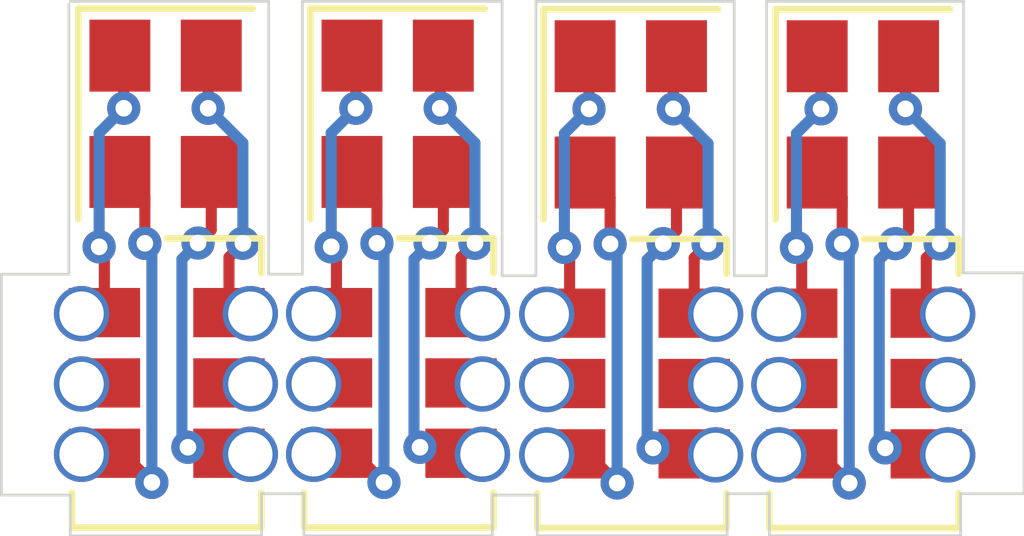
<source format=kicad_pcb>
(kicad_pcb (version 20240108) (generator "pcbnew") (generator_version "8.0")
  (layers (0 "F.Cu" signal) (31 "B.Cu" signal) (34 "B.Paste" user) (35 "F.Paste" user) (36 "B.SilkS" user "B.Silkscreen") (37 "F.SilkS" user "F.Silkscreen") (38 "B.Mask" user) (39 "F.Mask" user) (44 "Edge.Cuts" user))
  (net 0 "")
  (net 1 "unconnected-(U1-NC-Pad2)")
  (net 2 "unconnected-(U1-OUT2-Pad5)")
  (net 3 "Net-(U1-GND)")
  (net 4 "Net-(U1-VDD)")
  (net 5 "Net-(U1-OUT)")
  (net 6 "Net-(U1-E{slash}D)")
  (footprint "Oscillator:Oscillator_SMD_IDT_JS6-6_5.0x3.2mm_P1.27mm" (layer "F.Cu") (at 153.429 100.565)
    (property "Reference" "U1" (hide yes))
    (property "Value" "XUX52" (hide yes))
    (fp_line (start -1.71 2.61) (end -1.71 1.98) (stroke (width 0.12)) (layer "F.SilkS"))
    (fp_line (start 0 -2.61) (end 1.71 -2.61) (stroke (width 0.12)) (layer "F.SilkS"))
    (fp_line (start 1.71 -2.61) (end 1.71 -1.98) (stroke (width 0.12)) (layer "F.SilkS"))
    (fp_line (start 1.71 1.98) (end 1.71 2.61) (stroke (width 0.12)) (layer "F.SilkS"))
    (fp_line (start 1.71 2.61) (end -1.71 2.61) (stroke (width 0.12)) (layer "F.SilkS"))
    (pad "1" smd rect (at -1.125 -1.27 270) (size 0.89 1.29) (layers "F.Cu" "F.Paste" "F.Mask") (net 6 "Net-(U1-E{slash}D)"))
    (pad "2" smd rect (at -1.125 0 270) (size 0.89 1.29) (layers "F.Cu" "F.Paste" "F.Mask") (net 1 "unconnected-(U1-NC-Pad2)"))
    (pad "3" smd rect (at -1.125 1.27 270) (size 0.89 1.29) (layers "F.Cu" "F.Paste" "F.Mask") (net 3 "Net-(U1-GND)"))
    (pad "4" smd rect (at 1.125 1.27 270) (size 0.89 1.29) (layers "F.Cu" "F.Paste" "F.Mask") (net 5 "Net-(U1-OUT)"))
    (pad "5" smd rect (at 1.125 0 270) (size 0.89 1.29) (layers "F.Cu" "F.Paste" "F.Mask") (net 2 "unconnected-(U1-OUT2-Pad5)"))
    (pad "6" smd rect (at 1.125 -1.27 270) (size 0.89 1.29) (layers "F.Cu" "F.Paste" "F.Mask") (net 4 "Net-(U1-VDD)"))
  )
  (footprint "Oscillator:Oscillator_SMD_Abracon_ASE-4Pin_3.2x2.5mm" (layer "F.Cu") (at 161.8102 95.7158 -90)
    (property "Reference" "X1" (hide yes))
    (property "Value" "ASE-xxxMHz" (hide yes))
    (fp_line (start -1.9 1.575) (end 1.9 1.575) (stroke (width 0.12)) (layer "F.SilkS"))
    (fp_line (start -1.9 -1.575) (end -1.9 1.575) (stroke (width 0.12)) (layer "F.SilkS"))
    (pad "1" smd rect (at -1.05 0.825 270) (size 1.3 1.1) (layers "F.Cu" "F.Paste" "F.Mask") (net 6 "Net-(U1-E{slash}D)"))
    (pad "2" smd rect (at 1.05 0.825 270) (size 1.3 1.1) (layers "F.Cu" "F.Paste" "F.Mask") (net 3 "Net-(U1-GND)"))
    (pad "3" smd rect (at 1.05 -0.825 270) (size 1.3 1.1) (layers "F.Cu" "F.Paste" "F.Mask") (net 5 "Net-(U1-OUT)"))
    (pad "4" smd rect (at -1.05 -0.825 270) (size 1.3 1.1) (layers "F.Cu" "F.Paste" "F.Mask") (net 4 "Net-(U1-VDD)"))
  )
  (footprint "Oscillator:Oscillator_SMD_Abracon_ASE-4Pin_3.2x2.5mm" (layer "F.Cu") (at 157.6 95.705 -90)
    (property "Reference" "X1" (hide yes))
    (property "Value" "ASE-xxxMHz" (hide yes))
    (fp_line (start -1.9 1.575) (end 1.9 1.575) (stroke (width 0.12)) (layer "F.SilkS"))
    (fp_line (start -1.9 -1.575) (end -1.9 1.575) (stroke (width 0.12)) (layer "F.SilkS"))
    (pad "1" smd rect (at -1.05 0.825 270) (size 1.3 1.1) (layers "F.Cu" "F.Paste" "F.Mask") (net 6 "Net-(U1-E{slash}D)"))
    (pad "2" smd rect (at 1.05 0.825 270) (size 1.3 1.1) (layers "F.Cu" "F.Paste" "F.Mask") (net 3 "Net-(U1-GND)"))
    (pad "3" smd rect (at 1.05 -0.825 270) (size 1.3 1.1) (layers "F.Cu" "F.Paste" "F.Mask") (net 5 "Net-(U1-OUT)"))
    (pad "4" smd rect (at -1.05 -0.825 270) (size 1.3 1.1) (layers "F.Cu" "F.Paste" "F.Mask") (net 4 "Net-(U1-VDD)"))
  )
  (footprint "Oscillator:Oscillator_SMD_IDT_JS6-6_5.0x3.2mm_P1.27mm" (layer "F.Cu") (at 157.62 100.565)
    (property "Reference" "U1" (hide yes))
    (property "Value" "XUX52" (hide yes))
    (fp_line (start -1.71 2.61) (end -1.71 1.98) (stroke (width 0.12)) (layer "F.SilkS"))
    (fp_line (start 0 -2.61) (end 1.71 -2.61) (stroke (width 0.12)) (layer "F.SilkS"))
    (fp_line (start 1.71 -2.61) (end 1.71 -1.98) (stroke (width 0.12)) (layer "F.SilkS"))
    (fp_line (start 1.71 1.98) (end 1.71 2.61) (stroke (width 0.12)) (layer "F.SilkS"))
    (fp_line (start 1.71 2.61) (end -1.71 2.61) (stroke (width 0.12)) (layer "F.SilkS"))
    (pad "1" smd rect (at -1.125 -1.27 270) (size 0.89 1.29) (layers "F.Cu" "F.Paste" "F.Mask") (net 6 "Net-(U1-E{slash}D)"))
    (pad "2" smd rect (at -1.125 0 270) (size 0.89 1.29) (layers "F.Cu" "F.Paste" "F.Mask") (net 1 "unconnected-(U1-NC-Pad2)"))
    (pad "3" smd rect (at -1.125 1.27 270) (size 0.89 1.29) (layers "F.Cu" "F.Paste" "F.Mask") (net 3 "Net-(U1-GND)"))
    (pad "4" smd rect (at 1.125 1.27 270) (size 0.89 1.29) (layers "F.Cu" "F.Paste" "F.Mask") (net 5 "Net-(U1-OUT)"))
    (pad "5" smd rect (at 1.125 0 270) (size 0.89 1.29) (layers "F.Cu" "F.Paste" "F.Mask") (net 2 "unconnected-(U1-OUT2-Pad5)"))
    (pad "6" smd rect (at 1.125 -1.27 270) (size 0.89 1.29) (layers "F.Cu" "F.Paste" "F.Mask") (net 4 "Net-(U1-VDD)"))
  )
  (footprint "Oscillator:Oscillator_SMD_Abracon_ASE-4Pin_3.2x2.5mm" (layer "F.Cu") (at 166.0012 95.7158 -90)
    (property "Reference" "X1" (hide yes))
    (property "Value" "ASE-xxxMHz" (hide yes))
    (fp_line (start -1.9 1.575) (end 1.9 1.575) (stroke (width 0.12)) (layer "F.SilkS"))
    (fp_line (start -1.9 -1.575) (end -1.9 1.575) (stroke (width 0.12)) (layer "F.SilkS"))
    (pad "1" smd rect (at -1.05 0.825 270) (size 1.3 1.1) (layers "F.Cu" "F.Paste" "F.Mask") (net 6 "Net-(U1-E{slash}D)"))
    (pad "2" smd rect (at 1.05 0.825 270) (size 1.3 1.1) (layers "F.Cu" "F.Paste" "F.Mask") (net 3 "Net-(U1-GND)"))
    (pad "3" smd rect (at 1.05 -0.825 270) (size 1.3 1.1) (layers "F.Cu" "F.Paste" "F.Mask") (net 5 "Net-(U1-OUT)"))
    (pad "4" smd rect (at -1.05 -0.825 270) (size 1.3 1.1) (layers "F.Cu" "F.Paste" "F.Mask") (net 4 "Net-(U1-VDD)"))
  )
  (footprint "Oscillator:Oscillator_SMD_Abracon_ASE-4Pin_3.2x2.5mm" (layer "F.Cu") (at 153.409 95.705 -90)
    (property "Reference" "X1" (hide yes))
    (property "Value" "ASE-xxxMHz" (hide yes))
    (fp_line (start -1.9 1.575) (end 1.9 1.575) (stroke (width 0.12)) (layer "F.SilkS"))
    (fp_line (start -1.9 -1.575) (end -1.9 1.575) (stroke (width 0.12)) (layer "F.SilkS"))
    (pad "1" smd rect (at -1.05 0.825 270) (size 1.3 1.1) (layers "F.Cu" "F.Paste" "F.Mask") (net 6 "Net-(U1-E{slash}D)"))
    (pad "2" smd rect (at 1.05 0.825 270) (size 1.3 1.1) (layers "F.Cu" "F.Paste" "F.Mask") (net 3 "Net-(U1-GND)"))
    (pad "3" smd rect (at 1.05 -0.825 270) (size 1.3 1.1) (layers "F.Cu" "F.Paste" "F.Mask") (net 5 "Net-(U1-OUT)"))
    (pad "4" smd rect (at -1.05 -0.825 270) (size 1.3 1.1) (layers "F.Cu" "F.Paste" "F.Mask") (net 4 "Net-(U1-VDD)"))
  )
  (footprint "Oscillator:Oscillator_SMD_IDT_JS6-6_5.0x3.2mm_P1.27mm" (layer "F.Cu") (at 161.8302 100.5758)
    (property "Reference" "U1" (hide yes))
    (property "Value" "XUX52" (hide yes))
    (fp_line (start -1.71 2.61) (end -1.71 1.98) (stroke (width 0.12)) (layer "F.SilkS"))
    (fp_line (start 0 -2.61) (end 1.71 -2.61) (stroke (width 0.12)) (layer "F.SilkS"))
    (fp_line (start 1.71 -2.61) (end 1.71 -1.98) (stroke (width 0.12)) (layer "F.SilkS"))
    (fp_line (start 1.71 1.98) (end 1.71 2.61) (stroke (width 0.12)) (layer "F.SilkS"))
    (fp_line (start 1.71 2.61) (end -1.71 2.61) (stroke (width 0.12)) (layer "F.SilkS"))
    (pad "1" smd rect (at -1.125 -1.27 270) (size 0.89 1.29) (layers "F.Cu" "F.Paste" "F.Mask") (net 6 "Net-(U1-E{slash}D)"))
    (pad "2" smd rect (at -1.125 0 270) (size 0.89 1.29) (layers "F.Cu" "F.Paste" "F.Mask") (net 1 "unconnected-(U1-NC-Pad2)"))
    (pad "3" smd rect (at -1.125 1.27 270) (size 0.89 1.29) (layers "F.Cu" "F.Paste" "F.Mask") (net 3 "Net-(U1-GND)"))
    (pad "4" smd rect (at 1.125 1.27 270) (size 0.89 1.29) (layers "F.Cu" "F.Paste" "F.Mask") (net 5 "Net-(U1-OUT)"))
    (pad "5" smd rect (at 1.125 0 270) (size 0.89 1.29) (layers "F.Cu" "F.Paste" "F.Mask") (net 2 "unconnected-(U1-OUT2-Pad5)"))
    (pad "6" smd rect (at 1.125 -1.27 270) (size 0.89 1.29) (layers "F.Cu" "F.Paste" "F.Mask") (net 4 "Net-(U1-VDD)"))
  )
  (footprint "Oscillator:Oscillator_SMD_IDT_JS6-6_5.0x3.2mm_P1.27mm" (layer "F.Cu") (at 166.0212 100.5758)
    (property "Reference" "U1" (hide yes))
    (property "Value" "XUX52" (hide yes))
    (fp_line (start -1.71 2.61) (end -1.71 1.98) (stroke (width 0.12)) (layer "F.SilkS"))
    (fp_line (start 0 -2.61) (end 1.71 -2.61) (stroke (width 0.12)) (layer "F.SilkS"))
    (fp_line (start 1.71 -2.61) (end 1.71 -1.98) (stroke (width 0.12)) (layer "F.SilkS"))
    (fp_line (start 1.71 1.98) (end 1.71 2.61) (stroke (width 0.12)) (layer "F.SilkS"))
    (fp_line (start 1.71 2.61) (end -1.71 2.61) (stroke (width 0.12)) (layer "F.SilkS"))
    (pad "1" smd rect (at -1.125 -1.27 270) (size 0.89 1.29) (layers "F.Cu" "F.Paste" "F.Mask") (net 6 "Net-(U1-E{slash}D)"))
    (pad "2" smd rect (at -1.125 0 270) (size 0.89 1.29) (layers "F.Cu" "F.Paste" "F.Mask") (net 1 "unconnected-(U1-NC-Pad2)"))
    (pad "3" smd rect (at -1.125 1.27 270) (size 0.89 1.29) (layers "F.Cu" "F.Paste" "F.Mask") (net 3 "Net-(U1-GND)"))
    (pad "4" smd rect (at 1.125 1.27 270) (size 0.89 1.29) (layers "F.Cu" "F.Paste" "F.Mask") (net 5 "Net-(U1-OUT)"))
    (pad "5" smd rect (at 1.125 0 270) (size 0.89 1.29) (layers "F.Cu" "F.Paste" "F.Mask") (net 2 "unconnected-(U1-OUT2-Pad5)"))
    (pad "6" smd rect (at 1.125 -1.27 270) (size 0.89 1.29) (layers "F.Cu" "F.Paste" "F.Mask") (net 4 "Net-(U1-VDD)"))
  )
  (gr_line (start 168.91 102.5652) (end 168.91 98.5774) (stroke (width 0.05)) (layer "Edge.Cuts"))
  (gr_line (start 164.2618 93.6752) (end 167.8178 93.6752) (stroke (width 0.05)) (layer "Edge.Cuts"))
  (gr_line (start 163.6776 98.6282) (end 164.2618 98.6282) (stroke (width 0.05)) (layer "Edge.Cuts"))
  (gr_line (start 155.8798 93.6752) (end 159.4866 93.6752) (stroke (width 0.05)) (layer "Edge.Cuts"))
  (gr_line (start 151.6634 98.6028) (end 150.4442 98.6028) (stroke (width 0.05)) (layer "Edge.Cuts"))
  (gr_line (start 159.3088 103.3272) (end 159.3088 102.5906) (stroke (width 0.05)) (layer "Edge.Cuts"))
  (gr_line (start 167.767 102.5652) (end 168.91 102.5652) (stroke (width 0.05)) (layer "Edge.Cuts"))
  (gr_line (start 151.6634 97.9424) (end 151.6634 98.6028) (stroke (width 0.05)) (layer "Edge.Cuts"))
  (gr_line (start 160.0962 93.6752) (end 163.6776 93.6752) (stroke (width 0.05)) (layer "Edge.Cuts"))
  (gr_line (start 167.8178 93.6752) (end 167.8178 93.726) (stroke (width 0.05)) (layer "Edge.Cuts"))
  (gr_line (start 160.0962 98.6282) (end 160.0962 93.6752) (stroke (width 0.05)) (layer "Edge.Cuts"))
  (gr_line (start 151.6888 102.5906) (end 151.6888 103.3272) (stroke (width 0.05)) (layer "Edge.Cuts"))
  (gr_line (start 167.767 103.3272) (end 167.767 102.5652) (stroke (width 0.05)) (layer "Edge.Cuts"))
  (gr_line (start 155.1432 102.5652) (end 155.9052 102.5652) (stroke (width 0.05)) (layer "Edge.Cuts"))
  (gr_line (start 159.3088 102.5906) (end 160.1216 102.5906) (stroke (width 0.05)) (layer "Edge.Cuts"))
  (gr_line (start 151.6888 93.6752) (end 155.1178 93.6752) (stroke (width 0.05)) (layer "Edge.Cuts"))
  (gr_line (start 164.3126 103.3272) (end 167.767 103.3272) (stroke (width 0.05)) (layer "Edge.Cuts"))
  (gr_line (start 155.9052 102.5652) (end 155.9052 103.3272) (stroke (width 0.05)) (layer "Edge.Cuts"))
  (gr_line (start 167.8178 98.5774) (end 167.8178 93.726) (stroke (width 0.05)) (layer "Edge.Cuts"))
  (gr_line (start 160.1216 102.5906) (end 160.1216 103.3272) (stroke (width 0.05)) (layer "Edge.Cuts"))
  (gr_line (start 168.91 98.5774) (end 167.8178 98.5774) (stroke (width 0.05)) (layer "Edge.Cuts"))
  (gr_line (start 163.5506 103.3272) (end 163.5506 102.5652) (stroke (width 0.05)) (layer "Edge.Cuts"))
  (gr_line (start 155.9052 103.3272) (end 159.3088 103.3272) (stroke (width 0.05)) (layer "Edge.Cuts"))
  (gr_line (start 155.2702 93.6752) (end 155.2702 98.6028) (stroke (width 0.05)) (layer "Edge.Cuts"))
  (gr_line (start 155.1432 103.3272) (end 155.1432 102.5652) (stroke (width 0.05)) (layer "Edge.Cuts"))
  (gr_line (start 151.6888 103.3272) (end 155.1432 103.3272) (stroke (width 0.05)) (layer "Edge.Cuts"))
  (gr_line (start 155.8798 98.6028) (end 155.8798 93.6752) (stroke (width 0.05)) (layer "Edge.Cuts"))
  (gr_line (start 155.1178 93.6752) (end 155.2702 93.6752) (stroke (width 0.05)) (layer "Edge.Cuts"))
  (gr_line (start 163.6776 93.6752) (end 163.6776 98.6282) (stroke (width 0.05)) (layer "Edge.Cuts"))
  (gr_line (start 150.4442 98.6028) (end 150.4442 102.5906) (stroke (width 0.05)) (layer "Edge.Cuts"))
  (gr_line (start 164.3126 102.5652) (end 164.3126 103.3272) (stroke (width 0.05)) (layer "Edge.Cuts"))
  (gr_line (start 150.4442 102.5906) (end 151.6888 102.5906) (stroke (width 0.05)) (layer "Edge.Cuts"))
  (gr_line (start 164.2618 98.6282) (end 164.2618 93.6752) (stroke (width 0.05)) (layer "Edge.Cuts"))
  (gr_line (start 159.4866 98.6282) (end 160.0962 98.6282) (stroke (width 0.05)) (layer "Edge.Cuts"))
  (gr_line (start 155.2702 98.6028) (end 155.8798 98.6028) (stroke (width 0.05)) (layer "Edge.Cuts"))
  (gr_line (start 151.6634 93.726) (end 151.6634 97.917) (stroke (width 0.05)) (layer "Edge.Cuts"))
  (gr_line (start 163.5506 102.5652) (end 164.3126 102.5652) (stroke (width 0.05)) (layer "Edge.Cuts"))
  (gr_line (start 160.1216 103.3272) (end 163.5506 103.3272) (stroke (width 0.05)) (layer "Edge.Cuts"))
  (gr_line (start 159.4866 93.6752) (end 159.4866 98.6282) (stroke (width 0.05)) (layer "Edge.Cuts"))
  (via (at 151.892 100.584) (size 1) (drill 0.8) (layers "F.Cu" "B.Cu") (net 1))
  (via (at 156.083 100.584) (size 1) (drill 0.8) (layers "F.Cu" "B.Cu") (net 1))
  (via (at 164.4842 100.5948) (size 1) (drill 0.8) (layers "F.Cu" "B.Cu") (net 1))
  (via (at 160.2932 100.5948) (size 1) (drill 0.8) (layers "F.Cu" "B.Cu") (net 1))
  (via (at 159.131 100.584) (size 1) (drill 0.8) (layers "F.Cu" "B.Cu") (net 2))
  (via (at 163.3412 100.5948) (size 1) (drill 0.8) (layers "F.Cu" "B.Cu") (net 2))
  (via (at 167.5322 100.5948) (size 1) (drill 0.8) (layers "F.Cu" "B.Cu") (net 2))
  (via (at 154.94 100.584) (size 1) (drill 0.8) (layers "F.Cu" "B.Cu") (net 2))
  (segment (start 156.775 96.755) (end 157.225998 97.205998) (width 0.2) (layer "F.Cu") (net 3))
  (segment (start 164.8962 101.8458) (end 165.2272 101.8458) (width 0.2) (layer "F.Cu") (net 3))
  (segment (start 156.495 101.835) (end 156.826 101.835) (width 0.2) (layer "F.Cu") (net 3))
  (segment (start 161.0362 101.8458) (end 161.5632 102.3728) (width 0.2) (layer "F.Cu") (net 3))
  (segment (start 152.304 101.835) (end 152.635 101.835) (width 0.2) (layer "F.Cu") (net 3))
  (segment (start 160.7052 101.8458) (end 161.0362 101.8458) (width 0.2) (layer "F.Cu") (net 3))
  (segment (start 156.826 101.835) (end 157.353 102.362) (width 0.2) (layer "F.Cu") (net 3))
  (segment (start 165.627198 97.216798) (end 165.627198 98.0548) (width 0.2) (layer "F.Cu") (net 3))
  (segment (start 152.584 96.755) (end 153.034998 97.205998) (width 0.2) (layer "F.Cu") (net 3))
  (segment (start 153.034998 97.205998) (end 153.034998 98.044) (width 0.2) (layer "F.Cu") (net 3))
  (segment (start 152.635 101.835) (end 153.162 102.362) (width 0.2) (layer "F.Cu") (net 3))
  (segment (start 165.2272 101.8458) (end 165.7542 102.3728) (width 0.2) (layer "F.Cu") (net 3))
  (segment (start 157.225998 97.205998) (end 157.225998 98.044) (width 0.2) (layer "F.Cu") (net 3))
  (segment (start 161.436198 97.216798) (end 161.436198 98.0548) (width 0.2) (layer "F.Cu") (net 3))
  (segment (start 160.9852 96.7658) (end 161.436198 97.216798) (width 0.2) (layer "F.Cu") (net 3))
  (segment (start 165.1762 96.7658) (end 165.627198 97.216798) (width 0.2) (layer "F.Cu") (net 3))
  (via (at 164.4842 101.8648) (size 1) (drill 0.8) (layers "F.Cu" "B.Cu") (net 3))
  (via (at 161.5632 102.3728) (size 0.6) (drill 0.3) (layers "F.Cu" "B.Cu") (net 3))
  (via (at 165.7542 102.3728) (size 0.6) (drill 0.3) (layers "F.Cu" "B.Cu") (net 3))
  (via (at 151.892 101.854) (size 1) (drill 0.8) (layers "F.Cu" "B.Cu") (net 3))
  (via (at 165.627198 98.0548) (size 0.6) (drill 0.3) (layers "F.Cu" "B.Cu") (net 3))
  (via (at 153.034998 98.044) (size 0.6) (drill 0.3) (layers "F.Cu" "B.Cu") (net 3))
  (via (at 160.2932 101.8648) (size 1) (drill 0.8) (layers "F.Cu" "B.Cu") (net 3))
  (via (at 156.083 101.854) (size 1) (drill 0.8) (layers "F.Cu" "B.Cu") (net 3))
  (via (at 153.162 102.362) (size 0.6) (drill 0.3) (layers "F.Cu" "B.Cu") (net 3))
  (via (at 157.225998 98.044) (size 0.6) (drill 0.3) (layers "F.Cu" "B.Cu") (net 3))
  (via (at 161.436198 98.0548) (size 0.6) (drill 0.3) (layers "F.Cu" "B.Cu") (net 3))
  (via (at 157.353 102.362) (size 0.6) (drill 0.3) (layers "F.Cu" "B.Cu") (net 3))
  (segment (start 157.353 102.362) (end 157.353 98.171002) (width 0.2) (layer "B.Cu") (net 3))
  (segment (start 165.7542 102.3728) (end 165.7542 98.181802) (width 0.2) (layer "B.Cu") (net 3))
  (segment (start 161.5632 102.3728) (end 161.5632 98.181802) (width 0.2) (layer "B.Cu") (net 3))
  (segment (start 157.353 98.171002) (end 157.225998 98.044) (width 0.2) (layer "B.Cu") (net 3))
  (segment (start 153.162 98.171002) (end 153.034998 98.044) (width 0.2) (layer "B.Cu") (net 3))
  (segment (start 165.7542 98.181802) (end 165.627198 98.0548) (width 0.2) (layer "B.Cu") (net 3))
  (segment (start 161.5632 98.181802) (end 161.436198 98.0548) (width 0.2) (layer "B.Cu") (net 3))
  (segment (start 153.162 102.362) (end 153.162 98.171002) (width 0.2) (layer "B.Cu") (net 3))
  (segment (start 162.9552 98.305736) (end 163.206136 98.0548) (width 0.2) (layer "F.Cu") (net 4))
  (segment (start 158.369 94.711) (end 158.425 94.655) (width 0.2) (layer "F.Cu") (net 4))
  (segment (start 162.5792 94.7218) (end 162.6352 94.6658) (width 0.2) (layer "F.Cu") (net 4))
  (segment (start 162.9552 99.3058) (end 162.9552 98.305736) (width 0.2) (layer "F.Cu") (net 4))
  (segment (start 154.554 98.294936) (end 154.804936 98.044) (width 0.2) (layer "F.Cu") (net 4))
  (segment (start 166.7702 95.615798) (end 166.7702 94.7218) (width 0.2) (layer "F.Cu") (net 4))
  (segment (start 158.369 95.604998) (end 158.369 94.711) (width 0.2) (layer "F.Cu") (net 4))
  (segment (start 166.7702 94.7218) (end 166.8262 94.6658) (width 0.2) (layer "F.Cu") (net 4))
  (segment (start 162.5792 95.615798) (end 162.5792 94.7218) (width 0.2) (layer "F.Cu") (net 4))
  (segment (start 154.554 99.295) (end 154.554 98.294936) (width 0.2) (layer "F.Cu") (net 4))
  (segment (start 167.1462 99.3058) (end 167.1462 98.305736) (width 0.2) (layer "F.Cu") (net 4))
  (segment (start 158.745 98.294936) (end 158.995936 98.044) (width 0.2) (layer "F.Cu") (net 4))
  (segment (start 167.1462 98.305736) (end 167.397136 98.0548) (width 0.2) (layer "F.Cu") (net 4))
  (segment (start 154.178 95.604998) (end 154.178 94.711) (width 0.2) (layer "F.Cu") (net 4))
  (segment (start 158.745 99.295) (end 158.745 98.294936) (width 0.2) (layer "F.Cu") (net 4))
  (segment (start 154.178 94.711) (end 154.234 94.655) (width 0.2) (layer "F.Cu") (net 4))
  (via (at 158.995936 98.044) (size 0.6) (drill 0.3) (layers "F.Cu" "B.Cu") (net 4))
  (via (at 154.178 95.604998) (size 0.6) (drill 0.3) (layers "F.Cu" "B.Cu") (net 4))
  (via (at 166.7702 95.615798) (size 0.6) (drill 0.3) (layers "F.Cu" "B.Cu") (net 4))
  (via (at 163.206136 98.0548) (size 0.6) (drill 0.3) (layers "F.Cu" "B.Cu") (net 4))
  (via (at 163.3412 99.3248) (size 1) (drill 0.8) (layers "F.Cu" "B.Cu") (net 4))
  (via (at 154.804936 98.044) (size 0.6) (drill 0.3) (layers "F.Cu" "B.Cu") (net 4))
  (via (at 162.5792 95.615798) (size 0.6) (drill 0.3) (layers "F.Cu" "B.Cu") (net 4))
  (via (at 159.131 99.314) (size 1) (drill 0.8) (layers "F.Cu" "B.Cu") (net 4))
  (via (at 167.397136 98.0548) (size 0.6) (drill 0.3) (layers "F.Cu" "B.Cu") (net 4))
  (via (at 154.94 99.314) (size 1) (drill 0.8) (layers "F.Cu" "B.Cu") (net 4))
  (via (at 158.369 95.604998) (size 0.6) (drill 0.3) (layers "F.Cu" "B.Cu") (net 4))
  (via (at 167.5322 99.3248) (size 1) (drill 0.8) (layers "F.Cu" "B.Cu") (net 4))
  (segment (start 162.5792 95.615798) (end 163.206136 96.242734) (width 0.2) (layer "B.Cu") (net 4))
  (segment (start 167.397136 96.242734) (end 167.397136 98.0548) (width 0.2) (layer "B.Cu") (net 4))
  (segment (start 154.804936 96.231934) (end 154.804936 98.044) (width 0.2) (layer "B.Cu") (net 4))
  (segment (start 163.206136 96.242734) (end 163.206136 98.0548) (width 0.2) (layer "B.Cu") (net 4))
  (segment (start 166.7702 95.615798) (end 167.397136 96.242734) (width 0.2) (layer "B.Cu") (net 4))
  (segment (start 158.995936 96.231934) (end 158.995936 98.044) (width 0.2) (layer "B.Cu") (net 4))
  (segment (start 158.369 95.604998) (end 158.995936 96.231934) (width 0.2) (layer "B.Cu") (net 4))
  (segment (start 154.178 95.604998) (end 154.804936 96.231934) (width 0.2) (layer "B.Cu") (net 4))
  (segment (start 166.8262 97.811178) (end 166.587542 98.049836) (width 0.2) (layer "F.Cu") (net 5))
  (segment (start 162.6352 97.811178) (end 162.396542 98.049836) (width 0.2) (layer "F.Cu") (net 5))
  (segment (start 162.9552 101.8458) (end 162.3212 101.8458) (width 0.2) (layer "F.Cu") (net 5))
  (segment (start 162.6352 96.7658) (end 162.6352 97.811178) (width 0.2) (layer "F.Cu") (net 5))
  (segment (start 167.1462 101.8458) (end 166.5122 101.8458) (width 0.2) (layer "F.Cu") (net 5))
  (segment (start 158.425 97.800378) (end 158.186342 98.039036) (width 0.2) (layer "F.Cu") (net 5))
  (segment (start 154.554 101.835) (end 153.92 101.835) (width 0.2) (layer "F.Cu") (net 5))
  (segment (start 154.234 96.755) (end 154.234 97.800378) (width 0.2) (layer "F.Cu") (net 5))
  (segment (start 162.3212 101.8458) (end 162.2132 101.7378) (width 0.2) (layer "F.Cu") (net 5))
  (segment (start 158.425 96.755) (end 158.425 97.800378) (width 0.2) (layer "F.Cu") (net 5))
  (segment (start 166.8262 96.7658) (end 166.8262 97.811178) (width 0.2) (layer "F.Cu") (net 5))
  (segment (start 153.92 101.835) (end 153.812 101.727) (width 0.2) (layer "F.Cu") (net 5))
  (segment (start 166.5122 101.8458) (end 166.4042 101.7378) (width 0.2) (layer "F.Cu") (net 5))
  (segment (start 154.234 97.800378) (end 153.995342 98.039036) (width 0.2) (layer "F.Cu") (net 5))
  (segment (start 158.745 101.835) (end 158.111 101.835) (width 0.2) (layer "F.Cu") (net 5))
  (segment (start 158.111 101.835) (end 158.003 101.727) (width 0.2) (layer "F.Cu") (net 5))
  (via (at 163.3412 101.8648) (size 1) (drill 0.8) (layers "F.Cu" "B.Cu") (net 5))
  (via (at 167.5322 101.8648) (size 1) (drill 0.8) (layers "F.Cu" "B.Cu") (net 5))
  (via (at 162.396542 98.049836) (size 0.6) (drill 0.3) (layers "F.Cu" "B.Cu") (net 5))
  (via (at 166.587542 98.049836) (size 0.6) (drill 0.3) (layers "F.Cu" "B.Cu") (net 5))
  (via (at 166.4042 101.7378) (size 0.6) (drill 0.3) (layers "F.Cu" "B.Cu") (net 5))
  (via (at 153.995342 98.039036) (size 0.6) (drill 0.3) (layers "F.Cu" "B.Cu") (net 5))
  (via (at 158.186342 98.039036) (size 0.6) (drill 0.3) (layers "F.Cu" "B.Cu") (net 5))
  (via (at 158.003 101.727) (size 0.6) (drill 0.3) (layers "F.Cu" "B.Cu") (net 5))
  (via (at 162.2132 101.7378) (size 0.6) (drill 0.3) (layers "F.Cu" "B.Cu") (net 5))
  (via (at 154.94 101.854) (size 1) (drill 0.8) (layers "F.Cu" "B.Cu") (net 5))
  (via (at 159.131 101.854) (size 1) (drill 0.8) (layers "F.Cu" "B.Cu") (net 5))
  (via (at 153.812 101.727) (size 0.6) (drill 0.3) (layers "F.Cu" "B.Cu") (net 5))
  (segment (start 153.703998 98.33038) (end 153.995342 98.039036) (width 0.2) (layer "B.Cu") (net 5))
  (segment (start 166.4042 101.7378) (end 166.296198 101.629798) (width 0.2) (layer "B.Cu") (net 5))
  (segment (start 158.003 101.727) (end 157.894998 101.618998) (width 0.2) (layer "B.Cu") (net 5))
  (segment (start 162.105198 101.629798) (end 162.105198 98.34118) (width 0.2) (layer "B.Cu") (net 5))
  (segment (start 166.296198 98.34118) (end 166.587542 98.049836) (width 0.2) (layer "B.Cu") (net 5))
  (segment (start 162.105198 98.34118) (end 162.396542 98.049836) (width 0.2) (layer "B.Cu") (net 5))
  (segment (start 162.2132 101.7378) (end 162.105198 101.629798) (width 0.2) (layer "B.Cu") (net 5))
  (segment (start 166.296198 101.629798) (end 166.296198 98.34118) (width 0.2) (layer "B.Cu") (net 5))
  (segment (start 153.703998 101.618998) (end 153.703998 98.33038) (width 0.2) (layer "B.Cu") (net 5))
  (segment (start 157.894998 101.618998) (end 157.894998 98.33038) (width 0.2) (layer "B.Cu") (net 5))
  (segment (start 157.894998 98.33038) (end 158.186342 98.039036) (width 0.2) (layer "B.Cu") (net 5))
  (segment (start 153.812 101.727) (end 153.703998 101.618998) (width 0.2) (layer "B.Cu") (net 5))
  (segment (start 152.304 98.20201) (end 152.209495 98.107505) (width 0.2) (layer "F.Cu") (net 6))
  (segment (start 152.654 94.725) (end 152.584 94.655) (width 0.2) (layer "F.Cu") (net 6))
  (segment (start 160.7052 99.3058) (end 160.7052 98.21281) (width 0.2) (layer "F.Cu") (net 6))
  (segment (start 156.845 94.725) (end 156.775 94.655) (width 0.2) (layer "F.Cu") (net 6))
  (segment (start 152.654 95.604998) (end 152.654 94.725) (width 0.2) (layer "F.Cu") (net 6))
  (segment (start 161.0552 95.615798) (end 161.0552 94.7358) (width 0.2) (layer "F.Cu") (net 6))
  (segment (start 161.0552 94.7358) (end 160.9852 94.6658) (width 0.2) (layer "F.Cu") (net 6))
  (segment (start 160.7052 98.21281) (end 160.610695 98.118305) (width 0.2) (layer "F.Cu") (net 6))
  (segment (start 165.2462 94.7358) (end 165.1762 94.6658) (width 0.2) (layer "F.Cu") (net 6))
  (segment (start 156.495 98.20201) (end 156.400495 98.107505) (width 0.2) (layer "F.Cu") (net 6))
  (segment (start 164.8962 99.3058) (end 164.8962 98.21281) (width 0.2) (layer "F.Cu") (net 6))
  (segment (start 156.845 95.604998) (end 156.845 94.725) (width 0.2) (layer "F.Cu") (net 6))
  (segment (start 152.304 99.295) (end 152.304 98.20201) (width 0.2) (layer "F.Cu") (net 6))
  (segment (start 156.495 99.295) (end 156.495 98.20201) (width 0.2) (layer "F.Cu") (net 6))
  (segment (start 164.8962 98.21281) (end 164.801695 98.118305) (width 0.2) (layer "F.Cu") (net 6))
  (segment (start 165.2462 95.615798) (end 165.2462 94.7358) (width 0.2) (layer "F.Cu") (net 6))
  (via (at 164.4842 99.3248) (size 1) (drill 0.8) (layers "F.Cu" "B.Cu") (net 6))
  (via (at 152.209495 98.107505) (size 0.6) (drill 0.3) (layers "F.Cu" "B.Cu") (net 6))
  (via (at 156.083 99.314) (size 1) (drill 0.8) (layers "F.Cu" "B.Cu") (net 6))
  (via (at 156.400495 98.107505) (size 0.6) (drill 0.3) (layers "F.Cu" "B.Cu") (net 6))
  (via (at 152.654 95.604998) (size 0.6) (drill 0.3) (layers "F.Cu" "B.Cu") (net 6))
  (via (at 160.610695 98.118305) (size 0.6) (drill 0.3) (layers "F.Cu" "B.Cu") (net 6))
  (via (at 164.801695 98.118305) (size 0.6) (drill 0.3) (layers "F.Cu" "B.Cu") (net 6))
  (via (at 151.892 99.314) (size 1) (drill 0.8) (layers "F.Cu" "B.Cu") (net 6))
  (via (at 165.2462 95.615798) (size 0.6) (drill 0.3) (layers "F.Cu" "B.Cu") (net 6))
  (via (at 161.0552 95.615798) (size 0.6) (drill 0.3) (layers "F.Cu" "B.Cu") (net 6))
  (via (at 156.845 95.604998) (size 0.6) (drill 0.3) (layers "F.Cu" "B.Cu") (net 6))
  (via (at 160.2932 99.3248) (size 1) (drill 0.8) (layers "F.Cu" "B.Cu") (net 6))
  (segment (start 152.654 95.604998) (end 152.209495 96.049503) (width 0.2) (layer "B.Cu") (net 6))
  (segment (start 156.400495 96.049503) (end 156.400495 98.107505) (width 0.2) (layer "B.Cu") (net 6))
  (segment (start 161.0552 95.615798) (end 160.610695 96.060303) (width 0.2) (layer "B.Cu") (net 6))
  (segment (start 156.845 95.604998) (end 156.400495 96.049503) (width 0.2) (layer "B.Cu") (net 6))
  (segment (start 160.610695 96.060303) (end 160.610695 98.118305) (width 0.2) (layer "B.Cu") (net 6))
  (segment (start 152.209495 96.049503) (end 152.209495 98.107505) (width 0.2) (layer "B.Cu") (net 6))
  (segment (start 165.2462 95.615798) (end 164.801695 96.060303) (width 0.2) (layer "B.Cu") (net 6))
  (segment (start 164.801695 96.060303) (end 164.801695 98.118305) (width 0.2) (layer "B.Cu") (net 6))
)
</source>
